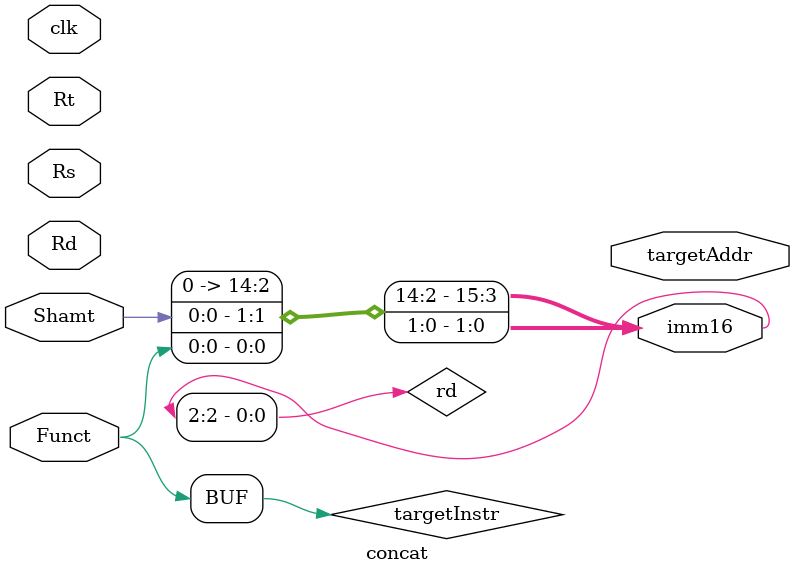
<source format=v>
module concat(imm16,targetAddr,clk,Rt,Rs,Rd,Shamt,Funct);
output[15:0] imm16;
output[31:0] targetAddr;

input clk, Rt, Rs, Rd, Shamt, Funct;

assign imm16 = {rd,Shamt,Funct};
assign targetInstr = {Rt, Rs, Rd, Shamt, Funct};

endmodule

</source>
